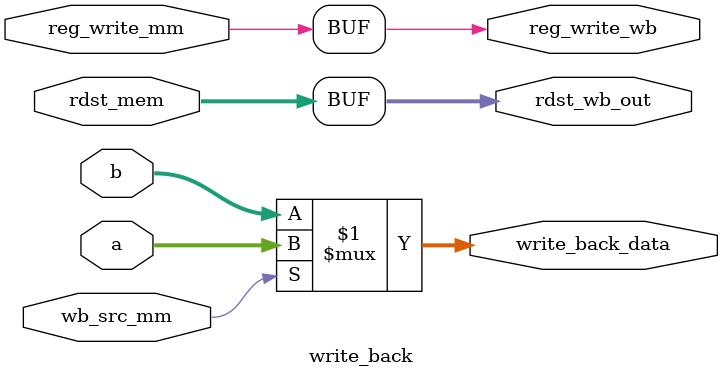
<source format=v>
`timescale 1ns / 1ps


module write_back(
    input [31:0] a,
    input [31:0] b,
    input wb_src_mm,
    output [31:0] write_back_data,
    input reg_write_mm,
    output reg_write_wb,
    input [4:0] rdst_mem,
    output [4:0] rdst_wb_out
    );
    assign rdst_wb_out = rdst_mem;
    assign reg_write_wb = reg_write_mm;
    assign write_back_data = wb_src_mm ? a:b;
endmodule

</source>
